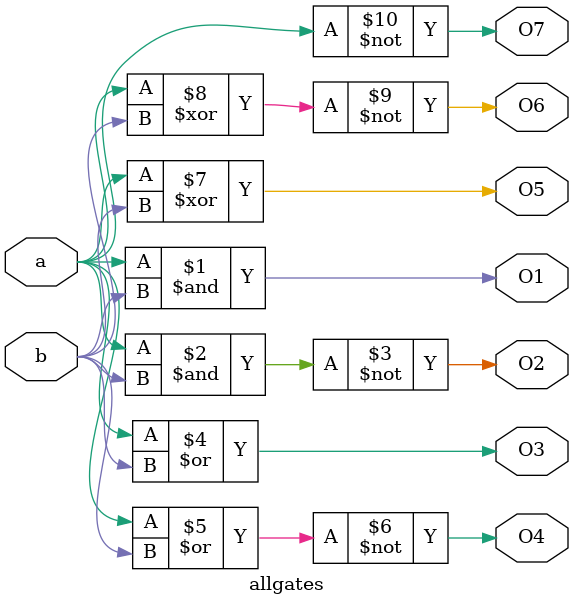
<source format=v>
`timescale 1ns / 1ps
module allgates(a,b,O1,O2,O3,O4,O5,O6,O7);
input a,b;
output O1,O2,O3,O4,O5,O6,O7;
and a1(O1,a,b);
nand a2(O2,a,b);
or a3(O3,a,b);
nor a4(O4,a,b);
xor a5(O5,a,b);
xnor a6(O6,a,b);
not a7(O7,a);
endmodule

</source>
